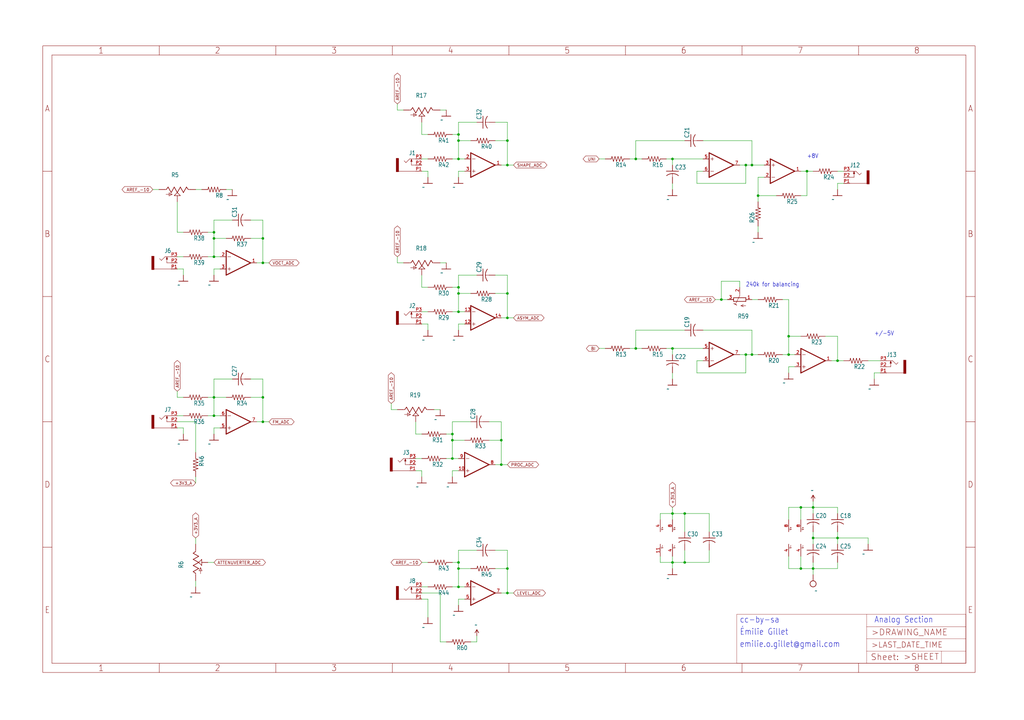
<source format=kicad_sch>
(kicad_sch (version 20211123) (generator eeschema)
  (paper "User" 425.45 299.161)
  (lib_symbols
    (symbol "tides_v40-eagle-import:A3L-LOC"
      (symbol "A3L-LOC_0_0"
        (text "1" (at 24.2094 1.905 0) (effects (font (size 2.54 2.286))))
        (text "1" (at 24.2094 258.445 0) (effects (font (size 2.54 2.286))))
        (text "2" (at 72.6281 1.905 0) (effects (font (size 2.54 2.286))))
        (text "2" (at 72.6281 258.445 0) (effects (font (size 2.54 2.286))))
        (text "3" (at 121.0469 1.905 0) (effects (font (size 2.54 2.286))))
        (text "3" (at 121.0469 258.445 0) (effects (font (size 2.54 2.286))))
        (text "4" (at 169.4656 1.905 0) (effects (font (size 2.54 2.286))))
        (text "4" (at 169.4656 258.445 0) (effects (font (size 2.54 2.286))))
        (text "5" (at 217.8844 1.905 0) (effects (font (size 2.54 2.286))))
        (text "5" (at 217.8844 258.445 0) (effects (font (size 2.54 2.286))))
        (text "6" (at 266.3031 1.905 0) (effects (font (size 2.54 2.286))))
        (text "6" (at 266.3031 258.445 0) (effects (font (size 2.54 2.286))))
        (text "7" (at 314.7219 1.905 0) (effects (font (size 2.54 2.286))))
        (text "7" (at 314.7219 258.445 0) (effects (font (size 2.54 2.286))))
        (text "8" (at 363.1406 1.905 0) (effects (font (size 2.54 2.286))))
        (text "8" (at 363.1406 258.445 0) (effects (font (size 2.54 2.286))))
        (text "A" (at 1.905 234.315 0) (effects (font (size 2.54 2.286))))
        (text "A" (at 385.445 234.315 0) (effects (font (size 2.54 2.286))))
        (text "B" (at 1.905 182.245 0) (effects (font (size 2.54 2.286))))
        (text "B" (at 385.445 182.245 0) (effects (font (size 2.54 2.286))))
        (text "C" (at 1.905 130.175 0) (effects (font (size 2.54 2.286))))
        (text "C" (at 385.445 130.175 0) (effects (font (size 2.54 2.286))))
        (text "D" (at 1.905 78.105 0) (effects (font (size 2.54 2.286))))
        (text "D" (at 385.445 78.105 0) (effects (font (size 2.54 2.286))))
        (text "E" (at 1.905 26.035 0) (effects (font (size 2.54 2.286))))
        (text "E" (at 385.445 26.035 0) (effects (font (size 2.54 2.286))))
      )
      (symbol "A3L-LOC_1_0"
        (text ">DRAWING_NAME" (at 344.17 15.24 0) (effects (font (size 2.54 2.54)) (justify left bottom)))
        (text ">LAST_DATE_TIME" (at 344.17 10.16 0) (effects (font (size 2.286 2.286)) (justify left bottom)))
        (text ">SHEET" (at 357.505 5.08 0) (effects (font (size 2.54 2.54)) (justify left bottom)))
        (text "Sheet:" (at 343.916 4.953 0) (effects (font (size 2.54 2.54)) (justify left bottom)))
      )
    )
    (symbol "tides_v40-eagle-import:C-USC0603"
      (property "Reference" "C" (at 1.016 0.635 0))
      (property "Value" "C-USC0603" (at 1.016 -4.191 0))
      (symbol "C-USC0603_1_0"
        (pin passive line (at 0 2.54 270) (length 2.54) (name "1") (number "1"))
        (pin passive line (at 0 -5.08 90) (length 2.54) (name "2") (number "2"))
      )
    )
    (symbol "tides_v40-eagle-import:GND" (power)
      (property "Value" "GND" (at -2.54 -2.54 0))
      (symbol "GND_1_0"
        (pin power_in line (at 0 2.54 270) (length 2.54) (name "GND") (number "1"))
      )
    )
    (symbol "tides_v40-eagle-import:PJ301_THONKICONN6"
      (property "Reference" "J" (at -2.54 4.064 0))
      (symbol "PJ301_THONKICONN6_1_0"
        (pin passive line (at -5.08 -2.54 0) (length 2.54) (name "1") (number "P1"))
        (pin passive line (at -5.08 0 0) (length 2.54) (name "2") (number "P2"))
        (pin passive line (at -5.08 2.54 0) (length 2.54) (name "3") (number "P3"))
      )
    )
    (symbol "tides_v40-eagle-import:POT_USVERTICAL_PS"
      (property "Reference" "R" (at -5.08 -2.54 90))
      (property "Value" "POT_USVERTICAL_PS" (at -2.54 -2.54 90))
      (symbol "POT_USVERTICAL_PS_1_0"
        (pin passive line (at 0 7.62 270) (length 2.54) (name "E") (number "P$1"))
        (pin passive line (at 5.08 0 180) (length 2.54) (name "S") (number "P$2"))
        (pin passive line (at 0 -7.62 90) (length 2.54) (name "A") (number "P$3"))
      )
    )
    (symbol "tides_v40-eagle-import:R-TRIMM3296X"
      (property "Reference" "R" (at -5.969 -3.81 90))
      (property "Value" "R-TRIMM3296X" (at -3.81 -3.81 90))
      (symbol "R-TRIMM3296X_1_0"
        (pin passive line (at 0 -5.08 90) (length 2.54) (name "E") (number "1"))
        (pin passive line (at 5.08 0 180) (length 2.54) (name "S") (number "2"))
        (pin passive line (at 0 5.08 270) (length 2.54) (name "A") (number "3"))
      )
    )
    (symbol "tides_v40-eagle-import:R-US_R0603"
      (property "Reference" "R" (at -3.81 1.4986 0))
      (property "Value" "R-US_R0603" (at -3.81 -3.302 0))
      (symbol "R-US_R0603_1_0"
        (pin passive line (at -5.08 0 0) (length 2.54) (name "1") (number "1"))
        (pin passive line (at 5.08 0 180) (length 2.54) (name "2") (number "2"))
      )
    )
    (symbol "tides_v40-eagle-import:R-US_R0805"
      (property "Reference" "R" (at -3.81 1.4986 0))
      (property "Value" "R-US_R0805" (at -3.81 -3.302 0))
      (symbol "R-US_R0805_1_0"
        (pin passive line (at -5.08 0 0) (length 2.54) (name "1") (number "1"))
        (pin passive line (at 5.08 0 180) (length 2.54) (name "2") (number "2"))
      )
    )
    (symbol "tides_v40-eagle-import:TL072D"
      (symbol "TL072D_1_0"
        (pin output line (at 7.62 0 180) (length 2.54) (name "OUT") (number "1"))
        (pin input line (at -7.62 -2.54 0) (length 2.54) (name "-IN") (number "2"))
        (pin input line (at -7.62 2.54 0) (length 2.54) (name "+IN") (number "3"))
      )
      (symbol "TL072D_2_0"
        (pin input line (at -7.62 2.54 0) (length 2.54) (name "+IN") (number "5"))
        (pin input line (at -7.62 -2.54 0) (length 2.54) (name "-IN") (number "6"))
        (pin output line (at 7.62 0 180) (length 2.54) (name "OUT") (number "7"))
      )
      (symbol "TL072D_3_0"
        (text "V+" (at 1.27 3.175 900) (effects (font (size 0.8128 0.6908)) (justify left bottom)))
        (text "V-" (at 1.27 -4.445 900) (effects (font (size 0.8128 0.6908)) (justify left bottom)))
        (pin power_in line (at 0 -7.62 90) (length 5.08) (name "V-") (number "4"))
        (pin power_in line (at 0 7.62 270) (length 5.08) (name "V+") (number "8"))
      )
    )
    (symbol "tides_v40-eagle-import:TL074D"
      (symbol "TL074D_1_0"
        (pin output line (at 7.62 0 180) (length 2.54) (name "OUT") (number "1"))
        (pin input line (at -7.62 -2.54 0) (length 2.54) (name "-IN") (number "2"))
        (pin input line (at -7.62 2.54 0) (length 2.54) (name "+IN") (number "3"))
      )
      (symbol "TL074D_2_0"
        (pin input line (at -7.62 2.54 0) (length 2.54) (name "+IN") (number "5"))
        (pin input line (at -7.62 -2.54 0) (length 2.54) (name "-IN") (number "6"))
        (pin output line (at 7.62 0 180) (length 2.54) (name "OUT") (number "7"))
      )
      (symbol "TL074D_3_0"
        (pin input line (at -7.62 2.54 0) (length 2.54) (name "+IN") (number "10"))
        (pin output line (at 7.62 0 180) (length 2.54) (name "OUT") (number "8"))
        (pin input line (at -7.62 -2.54 0) (length 2.54) (name "-IN") (number "9"))
      )
      (symbol "TL074D_4_0"
        (pin input line (at -7.62 2.54 0) (length 2.54) (name "+IN") (number "12"))
        (pin input line (at -7.62 -2.54 0) (length 2.54) (name "-IN") (number "13"))
        (pin output line (at 7.62 0 180) (length 2.54) (name "OUT") (number "14"))
      )
      (symbol "TL074D_5_0"
        (text "V+" (at 1.27 3.175 900) (effects (font (size 0.8128 0.6908)) (justify left bottom)))
        (text "V-" (at 1.27 -4.445 900) (effects (font (size 0.8128 0.6908)) (justify left bottom)))
        (pin power_in line (at 0 -7.62 90) (length 5.08) (name "V-") (number "11"))
        (pin power_in line (at 0 7.62 270) (length 5.08) (name "V+") (number "4"))
      )
    )
    (symbol "tides_v40-eagle-import:VCC" (power)
      (property "Value" "VCC" (at -1.016 3.556 0))
      (symbol "VCC_1_0"
        (pin power_in line (at 0 0 90) (length 2.54) (name "VCC") (number "1"))
      )
    )
    (symbol "tides_v40-eagle-import:VEE" (power)
      (property "Value" "VEE" (at -1.905 3.175 0))
      (symbol "VEE_1_0"
        (pin power_in line (at 0 -2.54 90) (length 2.54) (name "VEE") (number "1"))
      )
    )
  )
  (junction (at 208.28 193.04))
  (junction (at 190.5 121.92))
  (junction (at 327.66 147.32))
  (junction (at 190.5 129.54))
  (junction (at 337.82 210.82))
  (junction (at 187.96 182.88))
  (junction (at 279.4 233.68))
  (junction (at 190.5 233.68))
  (junction (at 337.82 223.52))
  (junction (at 284.48 213.36))
  (junction (at 208.28 182.88))
  (junction (at 337.82 236.22))
  (junction (at 109.22 165.1))
  (junction (at 279.4 144.78))
  (junction (at 190.5 236.22))
  (junction (at 187.96 190.5))
  (junction (at 210.82 236.22))
  (junction (at 190.5 66.04))
  (junction (at 312.42 68.58))
  (junction (at 187.96 180.34))
  (junction (at 332.74 210.82))
  (junction (at 309.88 147.32))
  (junction (at 210.82 132.08))
  (junction (at 88.9 99.06))
  (junction (at 190.5 243.84))
  (junction (at 88.9 106.68))
  (junction (at 210.82 246.38))
  (junction (at 210.82 58.42))
  (junction (at 109.22 109.22))
  (junction (at 264.16 66.04))
  (junction (at 299.72 124.46))
  (junction (at 210.82 121.92))
  (junction (at 347.98 149.86))
  (junction (at 88.9 165.1))
  (junction (at 332.74 236.22))
  (junction (at 190.5 58.42))
  (junction (at 279.4 213.36))
  (junction (at 284.48 233.68))
  (junction (at 210.82 68.58))
  (junction (at 347.98 223.52))
  (junction (at 314.96 81.28))
  (junction (at 279.4 66.04))
  (junction (at 312.42 147.32))
  (junction (at 190.5 55.88))
  (junction (at 327.66 139.7))
  (junction (at 335.28 71.12))
  (junction (at 264.16 144.78))
  (junction (at 109.22 99.06))
  (junction (at 88.9 172.72))
  (junction (at 88.9 96.52))
  (junction (at 309.88 68.58))
  (junction (at 190.5 119.38))
  (junction (at 109.22 175.26))
  (wire (pts (xy 167.64 109.22) (xy 165.1 109.22)))
  (wire (pts (xy 187.96 119.38) (xy 190.5 119.38)))
  (wire (pts (xy 279.4 76.2) (xy 279.4 78.74)))
  (wire (pts (xy 190.5 233.68) (xy 190.5 236.22)))
  (wire (pts (xy 337.82 213.36) (xy 337.82 210.82)))
  (wire (pts (xy 347.98 149.86) (xy 350.52 149.86)))
  (wire (pts (xy 195.58 58.42) (xy 190.5 58.42)))
  (wire (pts (xy 187.96 180.34) (xy 187.96 182.88)))
  (wire (pts (xy 109.22 91.44) (xy 109.22 99.06)))
  (wire (pts (xy 91.44 177.8) (xy 88.9 177.8)))
  (wire (pts (xy 347.98 223.52) (xy 347.98 226.06)))
  (wire (pts (xy 363.22 154.94) (xy 363.22 157.48)))
  (wire (pts (xy 198.12 114.3) (xy 190.5 114.3)))
  (wire (pts (xy 111.76 175.26) (xy 109.22 175.26)))
  (wire (pts (xy 208.28 182.88) (xy 208.28 193.04)))
  (wire (pts (xy 327.66 215.9) (xy 327.66 210.82)))
  (wire (pts (xy 279.4 144.78) (xy 292.1 144.78)))
  (wire (pts (xy 294.64 213.36) (xy 294.64 220.98)))
  (wire (pts (xy 210.82 246.38) (xy 213.36 246.38)))
  (wire (pts (xy 337.82 233.68) (xy 337.82 236.22)))
  (wire (pts (xy 332.74 210.82) (xy 337.82 210.82)))
  (wire (pts (xy 175.26 248.92) (xy 177.8 248.92)))
  (wire (pts (xy 292.1 137.16) (xy 312.42 137.16)))
  (wire (pts (xy 327.66 231.14) (xy 327.66 236.22)))
  (wire (pts (xy 88.9 172.72) (xy 91.44 172.72)))
  (wire (pts (xy 208.28 193.04) (xy 210.82 193.04)))
  (wire (pts (xy 205.74 58.42) (xy 210.82 58.42)))
  (wire (pts (xy 365.76 149.86) (xy 360.68 149.86)))
  (wire (pts (xy 195.58 236.22) (xy 190.5 236.22)))
  (wire (pts (xy 312.42 68.58) (xy 309.88 68.58)))
  (wire (pts (xy 190.5 134.62) (xy 190.5 137.16)))
  (wire (pts (xy 312.42 68.58) (xy 317.5 68.58)))
  (wire (pts (xy 205.74 236.22) (xy 210.82 236.22)))
  (wire (pts (xy 73.66 96.52) (xy 76.2 96.52)))
  (wire (pts (xy 332.74 231.14) (xy 332.74 236.22)))
  (wire (pts (xy 307.34 119.38) (xy 307.34 116.84)))
  (wire (pts (xy 109.22 165.1) (xy 109.22 175.26)))
  (wire (pts (xy 81.28 78.74) (xy 83.82 78.74)))
  (wire (pts (xy 177.8 71.12) (xy 177.8 73.66)))
  (wire (pts (xy 335.28 81.28) (xy 335.28 71.12)))
  (wire (pts (xy 208.28 175.26) (xy 208.28 182.88)))
  (wire (pts (xy 93.98 165.1) (xy 88.9 165.1)))
  (wire (pts (xy 327.66 139.7) (xy 327.66 147.32)))
  (wire (pts (xy 299.72 116.84) (xy 299.72 124.46)))
  (wire (pts (xy 347.98 236.22) (xy 347.98 233.68)))
  (wire (pts (xy 104.14 157.48) (xy 109.22 157.48)))
  (wire (pts (xy 190.5 236.22) (xy 190.5 243.84)))
  (wire (pts (xy 104.14 165.1) (xy 109.22 165.1)))
  (wire (pts (xy 88.9 96.52) (xy 88.9 99.06)))
  (wire (pts (xy 187.96 195.58) (xy 187.96 198.12)))
  (wire (pts (xy 73.66 111.76) (xy 76.2 111.76)))
  (wire (pts (xy 312.42 147.32) (xy 314.96 147.32)))
  (wire (pts (xy 190.5 71.12) (xy 190.5 73.66)))
  (wire (pts (xy 347.98 76.2) (xy 347.98 78.74)))
  (wire (pts (xy 289.56 76.2) (xy 309.88 76.2)))
  (wire (pts (xy 175.26 134.62) (xy 177.8 134.62)))
  (wire (pts (xy 76.2 165.1) (xy 73.66 165.1)))
  (wire (pts (xy 332.74 81.28) (xy 335.28 81.28)))
  (wire (pts (xy 337.82 236.22) (xy 337.82 238.76)))
  (wire (pts (xy 190.5 119.38) (xy 190.5 121.92)))
  (wire (pts (xy 309.88 147.32) (xy 307.34 147.32)))
  (wire (pts (xy 104.14 91.44) (xy 109.22 91.44)))
  (wire (pts (xy 327.66 152.4) (xy 327.66 154.94)))
  (wire (pts (xy 187.96 55.88) (xy 190.5 55.88)))
  (wire (pts (xy 279.4 66.04) (xy 292.1 66.04)))
  (wire (pts (xy 109.22 109.22) (xy 106.68 109.22)))
  (wire (pts (xy 210.82 58.42) (xy 210.82 68.58)))
  (wire (pts (xy 332.74 215.9) (xy 332.74 210.82)))
  (wire (pts (xy 175.26 114.3) (xy 175.26 119.38)))
  (wire (pts (xy 88.9 157.48) (xy 88.9 165.1)))
  (wire (pts (xy 185.42 190.5) (xy 187.96 190.5)))
  (wire (pts (xy 284.48 233.68) (xy 294.64 233.68)))
  (wire (pts (xy 73.66 172.72) (xy 76.2 172.72)))
  (wire (pts (xy 172.72 190.5) (xy 175.26 190.5)))
  (wire (pts (xy 347.98 220.98) (xy 347.98 223.52)))
  (wire (pts (xy 203.2 175.26) (xy 208.28 175.26)))
  (wire (pts (xy 264.16 137.16) (xy 284.48 137.16)))
  (wire (pts (xy 284.48 228.6) (xy 284.48 233.68)))
  (wire (pts (xy 190.5 58.42) (xy 190.5 66.04)))
  (wire (pts (xy 195.58 175.26) (xy 187.96 175.26)))
  (wire (pts (xy 347.98 210.82) (xy 347.98 213.36)))
  (wire (pts (xy 88.9 106.68) (xy 91.44 106.68)))
  (wire (pts (xy 210.82 132.08) (xy 213.36 132.08)))
  (wire (pts (xy 73.66 175.26) (xy 81.28 175.26)))
  (wire (pts (xy 106.68 175.26) (xy 109.22 175.26)))
  (wire (pts (xy 172.72 195.58) (xy 175.26 195.58)))
  (wire (pts (xy 314.96 81.28) (xy 314.96 73.66)))
  (wire (pts (xy 337.82 220.98) (xy 337.82 223.52)))
  (wire (pts (xy 205.74 121.92) (xy 210.82 121.92)))
  (wire (pts (xy 198.12 264.16) (xy 198.12 266.7)))
  (wire (pts (xy 337.82 236.22) (xy 347.98 236.22)))
  (wire (pts (xy 264.16 58.42) (xy 284.48 58.42)))
  (wire (pts (xy 312.42 137.16) (xy 312.42 147.32)))
  (wire (pts (xy 332.74 236.22) (xy 337.82 236.22)))
  (wire (pts (xy 297.18 124.46) (xy 299.72 124.46)))
  (wire (pts (xy 187.96 129.54) (xy 190.5 129.54)))
  (wire (pts (xy 193.04 71.12) (xy 190.5 71.12)))
  (wire (pts (xy 88.9 177.8) (xy 88.9 180.34)))
  (wire (pts (xy 360.68 223.52) (xy 360.68 226.06)))
  (wire (pts (xy 274.32 213.36) (xy 279.4 213.36)))
  (wire (pts (xy 210.82 68.58) (xy 213.36 68.58)))
  (wire (pts (xy 274.32 215.9) (xy 274.32 213.36)))
  (wire (pts (xy 325.12 147.32) (xy 327.66 147.32)))
  (wire (pts (xy 175.26 50.8) (xy 175.26 55.88)))
  (wire (pts (xy 190.5 248.92) (xy 190.5 251.46)))
  (wire (pts (xy 279.4 154.94) (xy 279.4 157.48)))
  (wire (pts (xy 251.46 144.78) (xy 248.92 144.78)))
  (wire (pts (xy 76.2 111.76) (xy 76.2 114.3)))
  (wire (pts (xy 307.34 116.84) (xy 299.72 116.84)))
  (wire (pts (xy 327.66 147.32) (xy 330.2 147.32)))
  (wire (pts (xy 187.96 175.26) (xy 187.96 180.34)))
  (wire (pts (xy 190.5 243.84) (xy 193.04 243.84)))
  (wire (pts (xy 261.62 66.04) (xy 264.16 66.04)))
  (wire (pts (xy 190.5 195.58) (xy 187.96 195.58)))
  (wire (pts (xy 175.26 243.84) (xy 177.8 243.84)))
  (wire (pts (xy 86.36 96.52) (xy 88.9 96.52)))
  (wire (pts (xy 182.88 109.22) (xy 185.42 109.22)))
  (wire (pts (xy 335.28 71.12) (xy 337.82 71.12)))
  (wire (pts (xy 76.2 177.8) (xy 76.2 180.34)))
  (wire (pts (xy 88.9 165.1) (xy 88.9 172.72)))
  (wire (pts (xy 187.96 182.88) (xy 187.96 190.5)))
  (wire (pts (xy 88.9 111.76) (xy 88.9 114.3)))
  (wire (pts (xy 165.1 45.72) (xy 165.1 43.18)))
  (wire (pts (xy 104.14 99.06) (xy 109.22 99.06)))
  (wire (pts (xy 327.66 124.46) (xy 327.66 139.7)))
  (wire (pts (xy 347.98 223.52) (xy 360.68 223.52)))
  (wire (pts (xy 86.36 165.1) (xy 88.9 165.1)))
  (wire (pts (xy 325.12 124.46) (xy 327.66 124.46)))
  (wire (pts (xy 187.96 233.68) (xy 190.5 233.68)))
  (wire (pts (xy 289.56 149.86) (xy 289.56 154.94)))
  (wire (pts (xy 109.22 109.22) (xy 111.76 109.22)))
  (wire (pts (xy 205.74 228.6) (xy 210.82 228.6)))
  (wire (pts (xy 309.88 76.2) (xy 309.88 68.58)))
  (wire (pts (xy 309.88 68.58) (xy 307.34 68.58)))
  (wire (pts (xy 187.96 66.04) (xy 190.5 66.04)))
  (wire (pts (xy 347.98 139.7) (xy 347.98 149.86)))
  (wire (pts (xy 350.52 76.2) (xy 347.98 76.2)))
  (wire (pts (xy 210.82 236.22) (xy 210.82 246.38)))
  (wire (pts (xy 172.72 180.34) (xy 175.26 180.34)))
  (wire (pts (xy 73.66 177.8) (xy 76.2 177.8)))
  (wire (pts (xy 93.98 78.74) (xy 96.52 78.74)))
  (wire (pts (xy 337.82 210.82) (xy 337.82 208.28)))
  (wire (pts (xy 284.48 213.36) (xy 294.64 213.36)))
  (wire (pts (xy 182.88 45.72) (xy 185.42 45.72)))
  (wire (pts (xy 312.42 58.42) (xy 312.42 68.58)))
  (wire (pts (xy 330.2 152.4) (xy 327.66 152.4)))
  (wire (pts (xy 175.26 55.88) (xy 177.8 55.88)))
  (wire (pts (xy 109.22 157.48) (xy 109.22 165.1)))
  (wire (pts (xy 210.82 246.38) (xy 208.28 246.38)))
  (wire (pts (xy 289.56 71.12) (xy 289.56 76.2)))
  (wire (pts (xy 195.58 121.92) (xy 190.5 121.92)))
  (wire (pts (xy 190.5 114.3) (xy 190.5 119.38)))
  (wire (pts (xy 172.72 175.26) (xy 172.72 180.34)))
  (wire (pts (xy 165.1 109.22) (xy 165.1 106.68)))
  (wire (pts (xy 284.48 213.36) (xy 284.48 220.98)))
  (wire (pts (xy 264.16 66.04) (xy 266.7 66.04)))
  (wire (pts (xy 210.82 114.3) (xy 210.82 121.92)))
  (wire (pts (xy 198.12 266.7) (xy 195.58 266.7)))
  (wire (pts (xy 337.82 210.82) (xy 347.98 210.82)))
  (wire (pts (xy 96.52 157.48) (xy 88.9 157.48)))
  (wire (pts (xy 190.5 129.54) (xy 193.04 129.54)))
  (wire (pts (xy 205.74 114.3) (xy 210.82 114.3)))
  (wire (pts (xy 261.62 144.78) (xy 264.16 144.78)))
  (wire (pts (xy 73.66 106.68) (xy 76.2 106.68)))
  (wire (pts (xy 276.86 66.04) (xy 279.4 66.04)))
  (wire (pts (xy 312.42 124.46) (xy 314.96 124.46)))
  (wire (pts (xy 279.4 213.36) (xy 284.48 213.36)))
  (wire (pts (xy 279.4 233.68) (xy 279.4 236.22)))
  (wire (pts (xy 63.5 78.74) (xy 66.04 78.74)))
  (wire (pts (xy 91.44 111.76) (xy 88.9 111.76)))
  (wire (pts (xy 81.28 226.06) (xy 81.28 223.52)))
  (wire (pts (xy 187.96 190.5) (xy 190.5 190.5)))
  (wire (pts (xy 81.28 241.3) (xy 81.28 243.84)))
  (wire (pts (xy 96.52 91.44) (xy 88.9 91.44)))
  (wire (pts (xy 175.26 129.54) (xy 177.8 129.54)))
  (wire (pts (xy 81.28 198.12) (xy 81.28 200.66)))
  (wire (pts (xy 251.46 66.04) (xy 248.92 66.04)))
  (wire (pts (xy 175.26 119.38) (xy 177.8 119.38)))
  (wire (pts (xy 175.26 233.68) (xy 177.8 233.68)))
  (wire (pts (xy 190.5 50.8) (xy 190.5 55.88)))
  (wire (pts (xy 365.76 154.94) (xy 363.22 154.94)))
  (wire (pts (xy 274.32 231.14) (xy 274.32 233.68)))
  (wire (pts (xy 264.16 144.78) (xy 264.16 137.16)))
  (wire (pts (xy 314.96 96.52) (xy 314.96 93.98)))
  (wire (pts (xy 198.12 50.8) (xy 190.5 50.8)))
  (wire (pts (xy 182.88 266.7) (xy 182.88 246.38)))
  (wire (pts (xy 210.82 121.92) (xy 210.82 132.08)))
  (wire (pts (xy 309.88 154.94) (xy 309.88 147.32)))
  (wire (pts (xy 208.28 193.04) (xy 205.74 193.04)))
  (wire (pts (xy 327.66 236.22) (xy 332.74 236.22)))
  (wire (pts (xy 279.4 68.58) (xy 279.4 66.04)))
  (wire (pts (xy 190.5 228.6) (xy 190.5 233.68)))
  (wire (pts (xy 314.96 81.28) (xy 322.58 81.28)))
  (wire (pts (xy 342.9 139.7) (xy 347.98 139.7)))
  (wire (pts (xy 337.82 223.52) (xy 337.82 226.06)))
  (wire (pts (xy 292.1 149.86) (xy 289.56 149.86)))
  (wire (pts (xy 165.1 170.18) (xy 162.56 170.18)))
  (wire (pts (xy 86.36 233.68) (xy 88.9 233.68)))
  (wire (pts (xy 177.8 134.62) (xy 177.8 137.16)))
  (wire (pts (xy 185.42 266.7) (xy 182.88 266.7)))
  (wire (pts (xy 332.74 139.7) (xy 327.66 139.7)))
  (wire (pts (xy 175.26 246.38) (xy 182.88 246.38)))
  (wire (pts (xy 175.26 195.58) (xy 175.26 198.12)))
  (wire (pts (xy 292.1 71.12) (xy 289.56 71.12)))
  (wire (pts (xy 73.66 83.82) (xy 73.66 96.52)))
  (wire (pts (xy 279.4 147.32) (xy 279.4 144.78)))
  (wire (pts (xy 279.4 213.36) (xy 279.4 215.9)))
  (wire (pts (xy 88.9 99.06) (xy 88.9 106.68)))
  (wire (pts (xy 279.4 233.68) (xy 284.48 233.68)))
  (wire (pts (xy 185.42 180.34) (xy 187.96 180.34)))
  (wire (pts (xy 190.5 55.88) (xy 190.5 58.42)))
  (wire (pts (xy 279.4 231.14) (xy 279.4 233.68)))
  (wire (pts (xy 210.82 132.08) (xy 208.28 132.08)))
  (wire (pts (xy 203.2 182.88) (xy 208.28 182.88)))
  (wire (pts (xy 193.04 248.92) (xy 190.5 248.92)))
  (wire (pts (xy 210.82 50.8) (xy 210.82 58.42)))
  (wire (pts (xy 314.96 83.82) (xy 314.96 81.28)))
  (wire (pts (xy 175.26 71.12) (xy 177.8 71.12)))
  (wire (pts (xy 350.52 71.12) (xy 347.98 71.12)))
  (wire (pts (xy 205.74 50.8) (xy 210.82 50.8)))
  (wire (pts (xy 109.22 99.06) (xy 109.22 109.22)))
  (wire (pts (xy 162.56 170.18) (xy 162.56 167.64)))
  (wire (pts (xy 190.5 66.04) (xy 193.04 66.04)))
  (wire (pts (xy 86.36 106.68) (xy 88.9 106.68)))
  (wire (pts (xy 294.64 233.68) (xy 294.64 228.6)))
  (wire (pts (xy 73.66 165.1) (xy 73.66 162.56)))
  (wire (pts (xy 264.16 66.04) (xy 264.16 58.42)))
  (wire (pts (xy 314.96 73.66) (xy 317.5 73.66)))
  (wire (pts (xy 210.82 228.6) (xy 210.82 236.22)))
  (wire (pts (xy 93.98 99.06) (xy 88.9 99.06)))
  (wire (pts (xy 175.26 66.04) (xy 177.8 66.04)))
  (wire (pts (xy 332.74 71.12) (xy 335.28 71.12)))
  (wire (pts (xy 279.4 213.36) (xy 279.4 210.82)))
  (wire (pts (xy 337.82 223.52) (xy 347.98 223.52)))
  (wire (pts (xy 276.86 144.78) (xy 279.4 144.78)))
  (wire (pts (xy 167.64 45.72) (xy 165.1 45.72)))
  (wire (pts (xy 190.5 121.92) (xy 190.5 129.54)))
  (wire (pts (xy 312.42 147.32) (xy 309.88 147.32)))
  (wire (pts (xy 88.9 172.72) (xy 86.36 172.72)))
  (wire (pts (xy 193.04 134.62) (xy 190.5 134.62)))
  (wire (pts (xy 264.16 144.78) (xy 266.7 144.78)))
  (wire (pts (xy 187.96 243.84) (xy 190.5 243.84)))
  (wire (pts (xy 345.44 149.86) (xy 347.98 149.86)))
  (wire (pts (xy 177.8 248.92) (xy 177.8 256.54)))
  (wire (pts (xy 292.1 58.42) (xy 312.42 58.42)))
  (wire (pts (xy 88.9 91.44) (xy 88.9 96.52)))
  (wire (pts (xy 299.72 124.46) (xy 302.26 124.46)))
  (wire (pts (xy 274.32 233.68) (xy 279.4 233.68)))
  (wire (pts (xy 327.66 210.82) (xy 332.74 210.82)))
  (wire (pts (xy 180.34 170.18) (xy 182.88 170.18)))
  (wire (pts (xy 198.12 228.6) (xy 190.5 228.6)))
  (wire (pts (xy 210.82 68.58) (xy 208.28 68.58)))
  (wire (pts (xy 289.56 154.94) (xy 309.88 154.94)))
  (wire (pts (xy 193.04 182.88) (xy 187.96 182.88)))
  (wire (pts (xy 81.28 175.26) (xy 81.28 187.96)))
  (text "cc-by-sa" (at 307.34 259.08 180) (effects (font (size 2.54 2.159)) (justify left bottom)))
  (text "emilie.o.gillet@gmail.com" (at 307.34 269.24 180) (effects (font (size 2.54 2.159)) (justify left bottom)))
  (text "Analog Section" (at 363.22 259.08 180) (effects (font (size 2.54 2.159)) (justify left bottom)))
  (text "Émilie Gillet" (at 307.34 264.16 180) (effects (font (size 2.54 2.159)) (justify left bottom)))
  (text "240k for balancing" (at 309.88 119.38 180) (effects (font (size 1.778 1.5113)) (justify left bottom)))
  (text "+8V" (at 335.28 66.04 180) (effects (font (size 1.778 1.5113)) (justify left bottom)))
  (text "+/-5V" (at 363.22 139.7 180) (effects (font (size 1.778 1.5113)) (justify left bottom)))
  (global_label "PROC_ADC" (shape bidirectional) (at 210.82 193.04 0) (effects (font (size 1.2446 1.2446))) (property "Intersheet References" "${INTERSHEET_REFS}" (effects hide)))
  (global_label "AREF_-10" (shape bidirectional) (at 165.1 43.18 90) (effects (font (size 1.2446 1.2446))) (property "Intersheet References" "${INTERSHEET_REFS}" (effects hide)))
  (global_label "AREF_-10" (shape bidirectional) (at 175.26 233.68 180) (effects (font (size 1.2446 1.2446))) (property "Intersheet References" "${INTERSHEET_REFS}" (effects hide)))
  (global_label "AREF_-10" (shape bidirectional) (at 73.66 162.56 90) (effects (font (size 1.2446 1.2446))) (property "Intersheet References" "${INTERSHEET_REFS}" (effects hide)))
  (global_label "ATTENUVERTER_ADC" (shape bidirectional) (at 88.9 233.68 0) (effects (font (size 1.2446 1.2446))) (property "Intersheet References" "${INTERSHEET_REFS}" (effects hide)))
  (global_label "+3V3_A" (shape bidirectional) (at 279.4 210.82 90) (effects (font (size 1.2446 1.2446))) (property "Intersheet References" "${INTERSHEET_REFS}" (effects hide)))
  (global_label "AREF_-10" (shape bidirectional) (at 162.56 167.64 90) (effects (font (size 1.2446 1.2446))) (property "Intersheet References" "${INTERSHEET_REFS}" (effects hide)))
  (global_label "LEVEL_ADC" (shape bidirectional) (at 213.36 246.38 0) (effects (font (size 1.2446 1.2446))) (property "Intersheet References" "${INTERSHEET_REFS}" (effects hide)))
  (global_label "FM_ADC" (shape bidirectional) (at 111.76 175.26 0) (effects (font (size 1.2446 1.2446))) (property "Intersheet References" "${INTERSHEET_REFS}" (effects hide)))
  (global_label "AREF_-10" (shape bidirectional) (at 165.1 106.68 90) (effects (font (size 1.2446 1.2446))) (property "Intersheet References" "${INTERSHEET_REFS}" (effects hide)))
  (global_label "+3V3_A" (shape bidirectional) (at 81.28 223.52 90) (effects (font (size 1.2446 1.2446))) (property "Intersheet References" "${INTERSHEET_REFS}" (effects hide)))
  (global_label "AREF_-10" (shape bidirectional) (at 63.5 78.74 180) (effects (font (size 1.2446 1.2446))) (property "Intersheet References" "${INTERSHEET_REFS}" (effects hide)))
  (global_label "AREF_-10" (shape bidirectional) (at 297.18 124.46 180) (effects (font (size 1.2446 1.2446))) (property "Intersheet References" "${INTERSHEET_REFS}" (effects hide)))
  (global_label "BI" (shape bidirectional) (at 248.92 144.78 180) (effects (font (size 1.2446 1.2446))) (property "Intersheet References" "${INTERSHEET_REFS}" (effects hide)))
  (global_label "UNI" (shape bidirectional) (at 248.92 66.04 180) (effects (font (size 1.2446 1.2446))) (property "Intersheet References" "${INTERSHEET_REFS}" (effects hide)))
  (global_label "ASYM_ADC" (shape bidirectional) (at 213.36 132.08 0) (effects (font (size 1.2446 1.2446))) (property "Intersheet References" "${INTERSHEET_REFS}" (effects hide)))
  (global_label "SHAPE_ADC" (shape bidirectional) (at 213.36 68.58 0) (effects (font (size 1.2446 1.2446))) (property "Intersheet References" "${INTERSHEET_REFS}" (effects hide)))
  (global_label "+3V3_A" (shape bidirectional) (at 81.28 200.66 180) (effects (font (size 1.2446 1.2446))) (property "Intersheet References" "${INTERSHEET_REFS}" (effects hide)))
  (global_label "VOCT_ADC" (shape bidirectional) (at 111.76 109.22 0) (effects (font (size 1.2446 1.2446))) (property "Intersheet References" "${INTERSHEET_REFS}" (effects hide)))
  (symbol (lib_id "tides_v40-eagle-import:TL074D") (at 200.66 68.58 0) (mirror x) (unit 1)
    (property "Reference" "IC9" (effects hide))
  )
  (symbol (lib_id "tides_v40-eagle-import:GND") (at 279.4 81.28 0) (unit 1)
    (property "Reference" "#GND32" (effects hide))
  )
  (symbol (lib_id "tides_v40-eagle-import:R-US_R0603") (at 327.66 81.28 180) (unit 1)
    (property "Reference" "R25" (at 331.47 82.7786 0) (effects (font (size 1.778 1.5113)) (justify left bottom)))
  )
  (symbol (lib_id "tides_v40-eagle-import:PJ301_THONKICONN6") (at 170.18 68.58 0) (mirror y) (unit 1)
    (property "Reference" "J1" (at 172.72 64.516 0) (effects (font (size 1.778 1.5113)) (justify left bottom)))
  )
  (symbol (lib_id "tides_v40-eagle-import:C-USC0603") (at 287.02 58.42 90) (unit 1)
    (property "Reference" "C21" (at 286.385 57.404 0) (effects (font (size 1.778 1.5113)) (justify left bottom)))
  )
  (symbol (lib_id "tides_v40-eagle-import:TL074D") (at 198.12 193.04 0) (mirror x) (unit 3)
    (property "Reference" "IC9" (effects hide))
  )
  (symbol (lib_id "tides_v40-eagle-import:TL072D") (at 99.06 109.22 0) (mirror x) (unit 1)
    (property "Reference" "IC8" (effects hide))
  )
  (symbol (lib_id "tides_v40-eagle-import:R-US_R0603") (at 355.6 149.86 180) (unit 1)
    (property "Reference" "R22" (at 359.41 151.3586 0) (effects (font (size 1.778 1.5113)) (justify left bottom)))
  )
  (symbol (lib_id "tides_v40-eagle-import:VEE") (at 337.82 241.3 180) (unit 1)
    (property "Reference" "#SUPPLY4" (effects hide))
  )
  (symbol (lib_id "tides_v40-eagle-import:GND") (at 190.5 254 0) (unit 1)
    (property "Reference" "#GND13" (effects hide))
  )
  (symbol (lib_id "tides_v40-eagle-import:GND") (at 185.42 111.76 0) (unit 1)
    (property "Reference" "#GND10" (effects hide))
  )
  (symbol (lib_id "tides_v40-eagle-import:GND") (at 177.8 76.2 0) (unit 1)
    (property "Reference" "#GND1" (effects hide))
  )
  (symbol (lib_id "tides_v40-eagle-import:R-US_R0603") (at 314.96 88.9 90) (unit 1)
    (property "Reference" "R26" (at 313.4614 92.71 0) (effects (font (size 1.778 1.5113)) (justify left bottom)))
  )
  (symbol (lib_id "tides_v40-eagle-import:GND") (at 327.66 157.48 0) (unit 1)
    (property "Reference" "#GND42" (effects hide))
  )
  (symbol (lib_id "tides_v40-eagle-import:R-US_R0603") (at 88.9 78.74 180) (unit 1)
    (property "Reference" "R8" (at 92.71 80.2386 0) (effects (font (size 1.778 1.5113)) (justify left bottom)))
  )
  (symbol (lib_id "tides_v40-eagle-import:TL072D") (at 325.12 71.12 0) (unit 1)
    (property "Reference" "IC6" (effects hide))
  )
  (symbol (lib_id "tides_v40-eagle-import:R-US_R0603") (at 198.12 182.88 180) (unit 1)
    (property "Reference" "R33" (at 201.93 184.3786 0) (effects (font (size 1.778 1.5113)) (justify left bottom)))
  )
  (symbol (lib_id "tides_v40-eagle-import:TL072D") (at 279.4 223.52 0) (unit 3)
    (property "Reference" "IC8" (effects hide))
  )
  (symbol (lib_id "tides_v40-eagle-import:R-US_R0603") (at 180.34 180.34 180) (unit 1)
    (property "Reference" "R31" (at 184.15 181.8386 0) (effects (font (size 1.778 1.5113)) (justify left bottom)))
  )
  (symbol (lib_id "tides_v40-eagle-import:R-US_R0603") (at 81.28 96.52 180) (unit 1)
    (property "Reference" "R38" (at 85.09 98.0186 0) (effects (font (size 1.778 1.5113)) (justify left bottom)))
  )
  (symbol (lib_id "tides_v40-eagle-import:GND") (at 88.9 182.88 0) (unit 1)
    (property "Reference" "#GND17" (effects hide))
  )
  (symbol (lib_id "tides_v40-eagle-import:PJ301_THONKICONN6") (at 370.84 152.4 0) (unit 1)
    (property "Reference" "J13" (at 368.3 148.336 0) (effects (font (size 1.778 1.5113)) (justify left bottom)))
  )
  (symbol (lib_id "tides_v40-eagle-import:C-USC0603") (at 279.4 149.86 0) (unit 1)
    (property "Reference" "C22" (at 280.416 149.225 0) (effects (font (size 1.778 1.5113)) (justify left bottom)))
  )
  (symbol (lib_id "tides_v40-eagle-import:TL074D") (at 200.66 246.38 0) (mirror x) (unit 2)
    (property "Reference" "IC9" (effects hide))
  )
  (symbol (lib_id "tides_v40-eagle-import:A3L-LOC") (at 17.78 279.4 0) (unit 1)
    (property "Reference" "#FRAME3" (effects hide))
  )
  (symbol (lib_id "tides_v40-eagle-import:C-USC0603") (at 347.98 228.6 0) (unit 1)
    (property "Reference" "C25" (at 348.996 227.965 0) (effects (font (size 1.778 1.5113)) (justify left bottom)))
  )
  (symbol (lib_id "tides_v40-eagle-import:R-US_R0603") (at 256.54 144.78 180) (unit 1)
    (property "Reference" "R13" (at 260.35 146.2786 0) (effects (font (size 1.778 1.5113)) (justify left bottom)))
  )
  (symbol (lib_id "tides_v40-eagle-import:R-US_R0603") (at 182.88 55.88 180) (unit 1)
    (property "Reference" "R41" (at 186.69 57.3786 0) (effects (font (size 1.778 1.5113)) (justify left bottom)))
  )
  (symbol (lib_id "tides_v40-eagle-import:R-US_R0603") (at 200.66 121.92 180) (unit 1)
    (property "Reference" "R28" (at 204.47 123.4186 0) (effects (font (size 1.778 1.5113)) (justify left bottom)))
  )
  (symbol (lib_id "tides_v40-eagle-import:R-US_R0603") (at 182.88 233.68 180) (unit 1)
    (property "Reference" "R43" (at 186.69 235.1786 0) (effects (font (size 1.778 1.5113)) (justify left bottom)))
  )
  (symbol (lib_id "tides_v40-eagle-import:GND") (at 185.42 48.26 0) (unit 1)
    (property "Reference" "#GND3" (effects hide))
  )
  (symbol (lib_id "tides_v40-eagle-import:R-US_R0603") (at 320.04 147.32 180) (unit 1)
    (property "Reference" "R20" (at 323.85 148.8186 0) (effects (font (size 1.778 1.5113)) (justify left bottom)))
  )
  (symbol (lib_id "tides_v40-eagle-import:C-USC0603") (at 200.66 114.3 90) (unit 1)
    (property "Reference" "C29" (at 200.025 113.284 0) (effects (font (size 1.778 1.5113)) (justify left bottom)))
  )
  (symbol (lib_id "tides_v40-eagle-import:GND") (at 76.2 182.88 0) (unit 1)
    (property "Reference" "#GND16" (effects hide))
  )
  (symbol (lib_id "tides_v40-eagle-import:R-US_R0603") (at 271.78 66.04 180) (unit 1)
    (property "Reference" "R16" (at 275.59 67.5386 0) (effects (font (size 1.778 1.5113)) (justify left bottom)))
  )
  (symbol (lib_id "tides_v40-eagle-import:C-USC0603") (at 294.64 223.52 0) (unit 1)
    (property "Reference" "C33" (at 295.656 222.885 0) (effects (font (size 1.778 1.5113)) (justify left bottom)))
  )
  (symbol (lib_id "tides_v40-eagle-import:VCC") (at 198.12 264.16 0) (unit 1)
    (property "Reference" "#P+1" (effects hide))
  )
  (symbol (lib_id "tides_v40-eagle-import:C-USC0603") (at 99.06 91.44 90) (unit 1)
    (property "Reference" "C31" (at 98.425 90.424 0) (effects (font (size 1.778 1.5113)) (justify left bottom)))
  )
  (symbol (lib_id "tides_v40-eagle-import:PJ301_THONKICONN6") (at 68.58 175.26 0) (mirror y) (unit 1)
    (property "Reference" "J7" (at 71.12 171.196 0) (effects (font (size 1.778 1.5113)) (justify left bottom)))
  )
  (symbol (lib_id "tides_v40-eagle-import:R-US_R0603") (at 99.06 99.06 180) (unit 1)
    (property "Reference" "R37" (at 102.87 100.5586 0) (effects (font (size 1.778 1.5113)) (justify left bottom)))
  )
  (symbol (lib_id "tides_v40-eagle-import:TL072D") (at 332.74 223.52 0) (unit 3)
    (property "Reference" "IC5" (effects hide))
  )
  (symbol (lib_id "tides_v40-eagle-import:GND") (at 76.2 116.84 0) (unit 1)
    (property "Reference" "#GND14" (effects hide))
  )
  (symbol (lib_id "tides_v40-eagle-import:GND") (at 177.8 139.7 0) (unit 1)
    (property "Reference" "#GND8" (effects hide))
  )
  (symbol (lib_id "tides_v40-eagle-import:R-US_R0603") (at 320.04 124.46 180) (unit 1)
    (property "Reference" "R21" (at 323.85 125.9586 0) (effects (font (size 1.778 1.5113)) (justify left bottom)))
  )
  (symbol (lib_id "tides_v40-eagle-import:C-USC0603") (at 287.02 137.16 90) (unit 1)
    (property "Reference" "C19" (at 286.385 136.144 0) (effects (font (size 1.778 1.5113)) (justify left bottom)))
  )
  (symbol (lib_id "tides_v40-eagle-import:C-USC0603") (at 99.06 157.48 90) (unit 1)
    (property "Reference" "C27" (at 98.425 156.464 0) (effects (font (size 1.778 1.5113)) (justify left bottom)))
  )
  (symbol (lib_id "tides_v40-eagle-import:R-US_R0603") (at 342.9 71.12 180) (unit 1)
    (property "Reference" "R24" (at 346.71 72.6186 0) (effects (font (size 1.778 1.5113)) (justify left bottom)))
  )
  (symbol (lib_id "tides_v40-eagle-import:TL072D") (at 99.06 175.26 0) (mirror x) (unit 2)
    (property "Reference" "IC8" (effects hide))
  )
  (symbol (lib_id "tides_v40-eagle-import:GND") (at 81.28 246.38 0) (unit 1)
    (property "Reference" "#GND5" (effects hide))
  )
  (symbol (lib_id "tides_v40-eagle-import:R-TRIMM3296X") (at 307.34 124.46 90) (unit 1)
    (property "Reference" "R59" (at 311.15 130.429 90) (effects (font (size 1.778 1.5113)) (justify left bottom)))
  )
  (symbol (lib_id "tides_v40-eagle-import:R-US_R0603") (at 182.88 129.54 180) (unit 1)
    (property "Reference" "R29" (at 186.69 131.0386 0) (effects (font (size 1.778 1.5113)) (justify left bottom)))
  )
  (symbol (lib_id "tides_v40-eagle-import:PJ301_THONKICONN6") (at 170.18 246.38 0) (mirror y) (unit 1)
    (property "Reference" "J8" (at 172.72 242.316 0) (effects (font (size 1.778 1.5113)) (justify left bottom)))
  )
  (symbol (lib_id "tides_v40-eagle-import:R-US_R0603") (at 81.28 165.1 180) (unit 1)
    (property "Reference" "R35" (at 85.09 166.5986 0) (effects (font (size 1.778 1.5113)) (justify left bottom)))
  )
  (symbol (lib_id "tides_v40-eagle-import:PJ301_THONKICONN6") (at 68.58 109.22 0) (mirror y) (unit 1)
    (property "Reference" "J6" (at 71.12 105.156 0) (effects (font (size 1.778 1.5113)) (justify left bottom)))
  )
  (symbol (lib_id "tides_v40-eagle-import:GND") (at 279.4 238.76 0) (unit 1)
    (property "Reference" "#GND28" (effects hide))
  )
  (symbol (lib_id "tides_v40-eagle-import:C-USC0603") (at 337.82 215.9 0) (unit 1)
    (property "Reference" "C20" (at 338.836 215.265 0) (effects (font (size 1.778 1.5113)) (justify left bottom)))
  )
  (symbol (lib_id "tides_v40-eagle-import:R-US_R0603") (at 81.28 193.04 270) (unit 1)
    (property "Reference" "R46" (at 82.7786 189.23 0) (effects (font (size 1.778 1.5113)) (justify left bottom)))
  )
  (symbol (lib_id "tides_v40-eagle-import:C-USC0603") (at 198.12 175.26 90) (unit 1)
    (property "Reference" "C28" (at 197.485 174.244 0) (effects (font (size 1.778 1.5113)) (justify left bottom)))
  )
  (symbol (lib_id "tides_v40-eagle-import:GND") (at 190.5 139.7 0) (unit 1)
    (property "Reference" "#GND9" (effects hide))
  )
  (symbol (lib_id "tides_v40-eagle-import:POT_USVERTICAL_PS") (at 81.28 233.68 0) (unit 1)
    (property "Reference" "R6" (at 76.2 236.22 90) (effects (font (size 1.778 1.5113)) (justify left bottom)))
  )
  (symbol (lib_id "tides_v40-eagle-import:R-US_R0603") (at 182.88 119.38 180) (unit 1)
    (property "Reference" "R30" (at 186.69 120.8786 0) (effects (font (size 1.778 1.5113)) (justify left bottom)))
  )
  (symbol (lib_id "tides_v40-eagle-import:POT_USVERTICAL_PS") (at 73.66 78.74 270) (unit 1)
    (property "Reference" "R5" (at 71.12 73.66 90) (effects (font (size 1.778 1.5113)) (justify left bottom)))
  )
  (symbol (lib_id "tides_v40-eagle-import:GND") (at 190.5 76.2 0) (unit 1)
    (property "Reference" "#GND2" (effects hide))
  )
  (symbol (lib_id "tides_v40-eagle-import:C-USC0603") (at 284.48 223.52 0) (unit 1)
    (property "Reference" "C30" (at 285.496 222.885 0) (effects (font (size 1.778 1.5113)) (justify left bottom)))
  )
  (symbol (lib_id "tides_v40-eagle-import:C-USC0603") (at 200.66 50.8 90) (unit 1)
    (property "Reference" "C32" (at 200.025 49.784 0) (effects (font (size 1.778 1.5113)) (justify left bottom)))
  )
  (symbol (lib_id "tides_v40-eagle-import:R-US_R0603") (at 182.88 243.84 180) (unit 1)
    (property "Reference" "R44" (at 186.69 245.3386 0) (effects (font (size 1.778 1.5113)) (justify left bottom)))
  )
  (symbol (lib_id "tides_v40-eagle-import:TL074D") (at 274.32 223.52 0) (unit 5)
    (property "Reference" "IC9" (effects hide))
  )
  (symbol (lib_id "tides_v40-eagle-import:GND") (at 187.96 200.66 0) (unit 1)
    (property "Reference" "#GND11" (effects hide))
  )
  (symbol (lib_id "tides_v40-eagle-import:R-US_R0603") (at 182.88 66.04 180) (unit 1)
    (property "Reference" "R42" (at 186.69 67.5386 0) (effects (font (size 1.778 1.5113)) (justify left bottom)))
  )
  (symbol (lib_id "tides_v40-eagle-import:C-USC0603") (at 200.66 228.6 90) (unit 1)
    (property "Reference" "C34" (at 200.025 227.584 0) (effects (font (size 1.778 1.5113)) (justify left bottom)))
  )
  (symbol (lib_id "tides_v40-eagle-import:TL074D") (at 200.66 132.08 0) (mirror x) (unit 4)
    (property "Reference" "IC9" (effects hide))
  )
  (symbol (lib_id "tides_v40-eagle-import:R-US_R0805") (at 190.5 266.7 180) (unit 1)
    (property "Reference" "R60" (at 194.31 268.1986 0) (effects (font (size 1.778 1.5113)) (justify left bottom)))
  )
  (symbol (lib_id "tides_v40-eagle-import:POT_USVERTICAL_PS") (at 172.72 170.18 270) (unit 1)
    (property "Reference" "R19" (at 170.18 165.1 90) (effects (font (size 1.778 1.5113)) (justify left bottom)))
  )
  (symbol (lib_id "tides_v40-eagle-import:R-US_R0603") (at 99.06 165.1 180) (unit 1)
    (property "Reference" "R34" (at 102.87 166.5986 0) (effects (font (size 1.778 1.5113)) (justify left bottom)))
  )
  (symbol (lib_id "tides_v40-eagle-import:C-USC0603") (at 347.98 215.9 0) (unit 1)
    (property "Reference" "C18" (at 348.996 215.265 0) (effects (font (size 1.778 1.5113)) (justify left bottom)))
  )
  (symbol (lib_id "tides_v40-eagle-import:TL072D") (at 327.66 223.52 0) (unit 3)
    (property "Reference" "IC6" (effects hide))
  )
  (symbol (lib_id "tides_v40-eagle-import:R-US_R0603") (at 200.66 58.42 180) (unit 1)
    (property "Reference" "R40" (at 204.47 59.9186 0) (effects (font (size 1.778 1.5113)) (justify left bottom)))
  )
  (symbol (lib_id "tides_v40-eagle-import:R-US_R0603") (at 256.54 66.04 180) (unit 1)
    (property "Reference" "R14" (at 260.35 67.5386 0) (effects (font (size 1.778 1.5113)) (justify left bottom)))
  )
  (symbol (lib_id "tides_v40-eagle-import:TL072D") (at 299.72 68.58 0) (unit 2)
    (property "Reference" "IC6" (effects hide))
  )
  (symbol (lib_id "tides_v40-eagle-import:R-US_R0603") (at 271.78 144.78 180) (unit 1)
    (property "Reference" "R15" (at 275.59 146.2786 0) (effects (font (size 1.778 1.5113)) (justify left bottom)))
  )
  (symbol (lib_id "tides_v40-eagle-import:PJ301_THONKICONN6") (at 167.64 193.04 0) (mirror y) (unit 1)
    (property "Reference" "J3" (at 170.18 188.976 0) (effects (font (size 1.778 1.5113)) (justify left bottom)))
  )
  (symbol (lib_id "tides_v40-eagle-import:GND") (at 88.9 116.84 0) (unit 1)
    (property "Reference" "#GND15" (effects hide))
  )
  (symbol (lib_id "tides_v40-eagle-import:TL072D") (at 337.82 149.86 0) (mirror x) (unit 1)
    (property "Reference" "IC5" (effects hide))
  )
  (symbol (lib_id "tides_v40-eagle-import:R-US_R0603") (at 81.28 106.68 180) (unit 1)
    (property "Reference" "R39" (at 85.09 108.1786 0) (effects (font (size 1.778 1.5113)) (justify left bottom)))
  )
  (symbol (lib_id "tides_v40-eagle-import:GND") (at 175.26 200.66 0) (unit 1)
    (property "Reference" "#GND7" (effects hide))
  )
  (symbol (lib_id "tides_v40-eagle-import:R-US_R0603") (at 180.34 190.5 180) (unit 1)
    (property "Reference" "R32" (at 184.15 191.9986 0) (effects (font (size 1.778 1.5113)) (justify left bottom)))
  )
  (symbol (lib_id "tides_v40-eagle-import:POT_USVERTICAL_PS") (at 175.26 45.72 270) (unit 1)
    (property "Reference" "R17" (at 172.72 40.64 90) (effects (font (size 1.778 1.5113)) (justify left bottom)))
  )
  (symbol (lib_id "tides_v40-eagle-import:GND") (at 360.68 228.6 0) (unit 1)
    (property "Reference" "#GND44" (effects hide))
  )
  (symbol (lib_id "tides_v40-eagle-import:GND") (at 96.52 81.28 0) (unit 1)
    (property "Reference" "#GND4" (effects hide))
  )
  (symbol (lib_id "tides_v40-eagle-import:GND") (at 177.8 259.08 0) (unit 1)
    (property "Reference" "#GND6" (effects hide))
  )
  (symbol (lib_id "tides_v40-eagle-import:GND") (at 347.98 81.28 0) (unit 1)
    (property "Reference" "#GND33" (effects hide))
  )
  (symbol (lib_id "tides_v40-eagle-import:R-US_R0603") (at 337.82 139.7 180) (unit 1)
    (property "Reference" "R23" (at 341.63 141.1986 0) (effects (font (size 1.778 1.5113)) (justify left bottom)))
  )
  (symbol (lib_id "tides_v40-eagle-import:GND") (at 279.4 160.02 0) (unit 1)
    (property "Reference" "#GND38" (effects hide))
  )
  (symbol (lib_id "tides_v40-eagle-import:VCC") (at 337.82 208.28 0) (unit 1)
    (property "Reference" "#P+6" (effects hide))
  )
  (symbol (lib_id "tides_v40-eagle-import:PJ301_THONKICONN6") (at 170.18 132.08 0) (mirror y) (unit 1)
    (property "Reference" "J2" (at 172.72 128.016 0) (effects (font (size 1.778 1.5113)) (justify left bottom)))
  )
  (symbol (lib_id "tides_v40-eagle-import:GND") (at 182.88 172.72 0) (unit 1)
    (property "Reference" "#GND12" (effects hide))
  )
  (symbol (lib_id "tides_v40-eagle-import:C-USC0603") (at 279.4 71.12 0) (unit 1)
    (property "Reference" "C23" (at 280.416 70.485 0) (effects (font (size 1.778 1.5113)) (justify left bottom)))
  )
  (symbol (lib_id "tides_v40-eagle-import:R-US_R0603") (at 81.28 172.72 180) (unit 1)
    (property "Reference" "R36" (at 85.09 174.2186 0) (effects (font (size 1.778 1.5113)) (justify left bottom)))
  )
  (symbol (lib_id "tides_v40-eagle-import:TL072D") (at 299.72 147.32 0) (unit 2)
    (property "Reference" "IC5" (effects hide))
  )
  (symbol (lib_id "tides_v40-eagle-import:GND") (at 314.96 99.06 0) (unit 1)
    (property "Reference" "#GND37" (effects hide))
  )
  (symbol (lib_id "tides_v40-eagle-import:GND") (at 363.22 160.02 0) (unit 1)
    (property "Reference" "#GND39" (effects hide))
  )
  (symbol (lib_id "tides_v40-eagle-import:R-US_R0603") (at 200.66 236.22 180) (unit 1)
    (property "Reference" "R45" (at 204.47 237.7186 0) (effects (font (size 1.778 1.5113)) (justify left bottom)))
  )
  (symbol (lib_id "tides_v40-eagle-import:C-USC0603") (at 337.82 228.6 0) (unit 1)
    (property "Reference" "C24" (at 338.836 227.965 0) (effects (font (size 1.778 1.5113)) (justify left bottom)))
  )
  (symbol (lib_id "tides_v40-eagle-import:POT_USVERTICAL_PS") (at 175.26 109.22 270) (unit 1)
    (property "Reference" "R18" (at 172.72 104.14 90) (effects (font (size 1.778 1.5113)) (justify left bottom)))
  )
  (symbol (lib_id "tides_v40-eagle-import:PJ301_THONKICONN6") (at 355.6 73.66 0) (unit 1)
    (property "Reference" "J12" (at 353.06 69.596 0) (effects (font (size 1.778 1.5113)) (justify left bottom)))
  )
)
</source>
